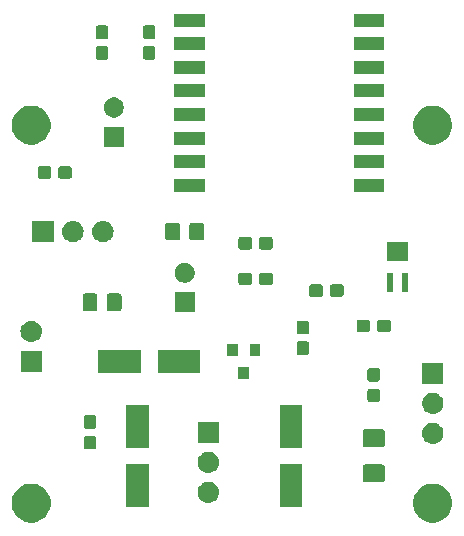
<source format=gbr>
G04 #@! TF.GenerationSoftware,KiCad,Pcbnew,(5.0.1)-4*
G04 #@! TF.CreationDate,2021-12-12T21:25:55+02:00*
G04 #@! TF.ProjectId,MagicLightsPCBNeo,4D616769634C69676874735043424E65,rev?*
G04 #@! TF.SameCoordinates,Original*
G04 #@! TF.FileFunction,Soldermask,Top*
G04 #@! TF.FilePolarity,Negative*
%FSLAX46Y46*%
G04 Gerber Fmt 4.6, Leading zero omitted, Abs format (unit mm)*
G04 Created by KiCad (PCBNEW (5.0.1)-4) date 2021-12-12 21:25:55*
%MOMM*%
%LPD*%
G01*
G04 APERTURE LIST*
%ADD10C,0.100000*%
G04 APERTURE END LIST*
D10*
G36*
X51375256Y-59391298D02*
X51481579Y-59412447D01*
X51782042Y-59536903D01*
X52048852Y-59715180D01*
X52052454Y-59717587D01*
X52282413Y-59947546D01*
X52463098Y-60217960D01*
X52587553Y-60518422D01*
X52651000Y-60837389D01*
X52651000Y-61162611D01*
X52587553Y-61481578D01*
X52463098Y-61782040D01*
X52282413Y-62052454D01*
X52052454Y-62282413D01*
X52052451Y-62282415D01*
X51782042Y-62463097D01*
X51481579Y-62587553D01*
X51375256Y-62608702D01*
X51162611Y-62651000D01*
X50837389Y-62651000D01*
X50624744Y-62608702D01*
X50518421Y-62587553D01*
X50217958Y-62463097D01*
X49947549Y-62282415D01*
X49947546Y-62282413D01*
X49717587Y-62052454D01*
X49536902Y-61782040D01*
X49412447Y-61481578D01*
X49349000Y-61162611D01*
X49349000Y-60837389D01*
X49412447Y-60518422D01*
X49536902Y-60217960D01*
X49717587Y-59947546D01*
X49947546Y-59717587D01*
X49951148Y-59715180D01*
X50217958Y-59536903D01*
X50518421Y-59412447D01*
X50624744Y-59391298D01*
X50837389Y-59349000D01*
X51162611Y-59349000D01*
X51375256Y-59391298D01*
X51375256Y-59391298D01*
G37*
G36*
X17375256Y-59391298D02*
X17481579Y-59412447D01*
X17782042Y-59536903D01*
X18048852Y-59715180D01*
X18052454Y-59717587D01*
X18282413Y-59947546D01*
X18463098Y-60217960D01*
X18587553Y-60518422D01*
X18651000Y-60837389D01*
X18651000Y-61162611D01*
X18587553Y-61481578D01*
X18463098Y-61782040D01*
X18282413Y-62052454D01*
X18052454Y-62282413D01*
X18052451Y-62282415D01*
X17782042Y-62463097D01*
X17481579Y-62587553D01*
X17375256Y-62608702D01*
X17162611Y-62651000D01*
X16837389Y-62651000D01*
X16624744Y-62608702D01*
X16518421Y-62587553D01*
X16217958Y-62463097D01*
X15947549Y-62282415D01*
X15947546Y-62282413D01*
X15717587Y-62052454D01*
X15536902Y-61782040D01*
X15412447Y-61481578D01*
X15349000Y-61162611D01*
X15349000Y-60837389D01*
X15412447Y-60518422D01*
X15536902Y-60217960D01*
X15717587Y-59947546D01*
X15947546Y-59717587D01*
X15951148Y-59715180D01*
X16217958Y-59536903D01*
X16518421Y-59412447D01*
X16624744Y-59391298D01*
X16837389Y-59349000D01*
X17162611Y-59349000D01*
X17375256Y-59391298D01*
X17375256Y-59391298D01*
G37*
G36*
X26951000Y-61301000D02*
X25049000Y-61301000D01*
X25049000Y-57699000D01*
X26951000Y-57699000D01*
X26951000Y-61301000D01*
X26951000Y-61301000D01*
G37*
G36*
X39951000Y-61301000D02*
X38049000Y-61301000D01*
X38049000Y-57699000D01*
X39951000Y-57699000D01*
X39951000Y-61301000D01*
X39951000Y-61301000D01*
G37*
G36*
X32110442Y-59185518D02*
X32176627Y-59192037D01*
X32289853Y-59226384D01*
X32346467Y-59243557D01*
X32485087Y-59317652D01*
X32502991Y-59327222D01*
X32529527Y-59349000D01*
X32640186Y-59439814D01*
X32719863Y-59536902D01*
X32752778Y-59577009D01*
X32752779Y-59577011D01*
X32836443Y-59733533D01*
X32836443Y-59733534D01*
X32887963Y-59903373D01*
X32905359Y-60080000D01*
X32887963Y-60256627D01*
X32853616Y-60369853D01*
X32836443Y-60426467D01*
X32787292Y-60518421D01*
X32752778Y-60582991D01*
X32723448Y-60618729D01*
X32640186Y-60720186D01*
X32538729Y-60803448D01*
X32502991Y-60832778D01*
X32502989Y-60832779D01*
X32346467Y-60916443D01*
X32289853Y-60933616D01*
X32176627Y-60967963D01*
X32110443Y-60974481D01*
X32044260Y-60981000D01*
X31955740Y-60981000D01*
X31889557Y-60974481D01*
X31823373Y-60967963D01*
X31710147Y-60933616D01*
X31653533Y-60916443D01*
X31497011Y-60832779D01*
X31497009Y-60832778D01*
X31461271Y-60803448D01*
X31359814Y-60720186D01*
X31276552Y-60618729D01*
X31247222Y-60582991D01*
X31212708Y-60518421D01*
X31163557Y-60426467D01*
X31146384Y-60369853D01*
X31112037Y-60256627D01*
X31094641Y-60080000D01*
X31112037Y-59903373D01*
X31163557Y-59733534D01*
X31163557Y-59733533D01*
X31247221Y-59577011D01*
X31247222Y-59577009D01*
X31280137Y-59536902D01*
X31359814Y-59439814D01*
X31470473Y-59349000D01*
X31497009Y-59327222D01*
X31514913Y-59317652D01*
X31653533Y-59243557D01*
X31710147Y-59226384D01*
X31823373Y-59192037D01*
X31889558Y-59185518D01*
X31955740Y-59179000D01*
X32044260Y-59179000D01*
X32110442Y-59185518D01*
X32110442Y-59185518D01*
G37*
G36*
X46775562Y-57728181D02*
X46810477Y-57738773D01*
X46842665Y-57755978D01*
X46870873Y-57779127D01*
X46894022Y-57807335D01*
X46911227Y-57839523D01*
X46921819Y-57874438D01*
X46926000Y-57916895D01*
X46926000Y-59058105D01*
X46921819Y-59100562D01*
X46911227Y-59135477D01*
X46894022Y-59167665D01*
X46870873Y-59195873D01*
X46842665Y-59219022D01*
X46810477Y-59236227D01*
X46775562Y-59246819D01*
X46733105Y-59251000D01*
X45266895Y-59251000D01*
X45224438Y-59246819D01*
X45189523Y-59236227D01*
X45157335Y-59219022D01*
X45129127Y-59195873D01*
X45105978Y-59167665D01*
X45088773Y-59135477D01*
X45078181Y-59100562D01*
X45074000Y-59058105D01*
X45074000Y-57916895D01*
X45078181Y-57874438D01*
X45088773Y-57839523D01*
X45105978Y-57807335D01*
X45129127Y-57779127D01*
X45157335Y-57755978D01*
X45189523Y-57738773D01*
X45224438Y-57728181D01*
X45266895Y-57724000D01*
X46733105Y-57724000D01*
X46775562Y-57728181D01*
X46775562Y-57728181D01*
G37*
G36*
X32110443Y-56645519D02*
X32176627Y-56652037D01*
X32289853Y-56686384D01*
X32346467Y-56703557D01*
X32485087Y-56777652D01*
X32502991Y-56787222D01*
X32538729Y-56816552D01*
X32640186Y-56899814D01*
X32723448Y-57001271D01*
X32752778Y-57037009D01*
X32752779Y-57037011D01*
X32836443Y-57193533D01*
X32836443Y-57193534D01*
X32887963Y-57363373D01*
X32905359Y-57540000D01*
X32887963Y-57716627D01*
X32876026Y-57755978D01*
X32836443Y-57886467D01*
X32780090Y-57991895D01*
X32752778Y-58042991D01*
X32723448Y-58078729D01*
X32640186Y-58180186D01*
X32538729Y-58263448D01*
X32502991Y-58292778D01*
X32502989Y-58292779D01*
X32346467Y-58376443D01*
X32289853Y-58393616D01*
X32176627Y-58427963D01*
X32110443Y-58434481D01*
X32044260Y-58441000D01*
X31955740Y-58441000D01*
X31889557Y-58434481D01*
X31823373Y-58427963D01*
X31710147Y-58393616D01*
X31653533Y-58376443D01*
X31497011Y-58292779D01*
X31497009Y-58292778D01*
X31461271Y-58263448D01*
X31359814Y-58180186D01*
X31276552Y-58078729D01*
X31247222Y-58042991D01*
X31219910Y-57991895D01*
X31163557Y-57886467D01*
X31123974Y-57755978D01*
X31112037Y-57716627D01*
X31094641Y-57540000D01*
X31112037Y-57363373D01*
X31163557Y-57193534D01*
X31163557Y-57193533D01*
X31247221Y-57037011D01*
X31247222Y-57037009D01*
X31276552Y-57001271D01*
X31359814Y-56899814D01*
X31461271Y-56816552D01*
X31497009Y-56787222D01*
X31514913Y-56777652D01*
X31653533Y-56703557D01*
X31710147Y-56686384D01*
X31823373Y-56652037D01*
X31889557Y-56645519D01*
X31955740Y-56639000D01*
X32044260Y-56639000D01*
X32110443Y-56645519D01*
X32110443Y-56645519D01*
G37*
G36*
X22364499Y-55303445D02*
X22401993Y-55314819D01*
X22436557Y-55333294D01*
X22466847Y-55358153D01*
X22491706Y-55388443D01*
X22510181Y-55423007D01*
X22521555Y-55460501D01*
X22526000Y-55505638D01*
X22526000Y-56244362D01*
X22521555Y-56289499D01*
X22510181Y-56326993D01*
X22491706Y-56361557D01*
X22466847Y-56391847D01*
X22436557Y-56416706D01*
X22401993Y-56435181D01*
X22364499Y-56446555D01*
X22319362Y-56451000D01*
X21680638Y-56451000D01*
X21635501Y-56446555D01*
X21598007Y-56435181D01*
X21563443Y-56416706D01*
X21533153Y-56391847D01*
X21508294Y-56361557D01*
X21489819Y-56326993D01*
X21478445Y-56289499D01*
X21474000Y-56244362D01*
X21474000Y-55505638D01*
X21478445Y-55460501D01*
X21489819Y-55423007D01*
X21508294Y-55388443D01*
X21533153Y-55358153D01*
X21563443Y-55333294D01*
X21598007Y-55314819D01*
X21635501Y-55303445D01*
X21680638Y-55299000D01*
X22319362Y-55299000D01*
X22364499Y-55303445D01*
X22364499Y-55303445D01*
G37*
G36*
X39951000Y-56301000D02*
X38049000Y-56301000D01*
X38049000Y-52699000D01*
X39951000Y-52699000D01*
X39951000Y-56301000D01*
X39951000Y-56301000D01*
G37*
G36*
X26951000Y-56301000D02*
X25049000Y-56301000D01*
X25049000Y-52699000D01*
X26951000Y-52699000D01*
X26951000Y-56301000D01*
X26951000Y-56301000D01*
G37*
G36*
X46775562Y-54753181D02*
X46810477Y-54763773D01*
X46842665Y-54780978D01*
X46870873Y-54804127D01*
X46894022Y-54832335D01*
X46911227Y-54864523D01*
X46921819Y-54899438D01*
X46926000Y-54941895D01*
X46926000Y-56083105D01*
X46921819Y-56125562D01*
X46911227Y-56160477D01*
X46894022Y-56192665D01*
X46870873Y-56220873D01*
X46842665Y-56244022D01*
X46810477Y-56261227D01*
X46775562Y-56271819D01*
X46733105Y-56276000D01*
X45266895Y-56276000D01*
X45224438Y-56271819D01*
X45189523Y-56261227D01*
X45157335Y-56244022D01*
X45129127Y-56220873D01*
X45105978Y-56192665D01*
X45088773Y-56160477D01*
X45078181Y-56125562D01*
X45074000Y-56083105D01*
X45074000Y-54941895D01*
X45078181Y-54899438D01*
X45088773Y-54864523D01*
X45105978Y-54832335D01*
X45129127Y-54804127D01*
X45157335Y-54780978D01*
X45189523Y-54763773D01*
X45224438Y-54753181D01*
X45266895Y-54749000D01*
X46733105Y-54749000D01*
X46775562Y-54753181D01*
X46775562Y-54753181D01*
G37*
G36*
X51110443Y-54185519D02*
X51176627Y-54192037D01*
X51289853Y-54226384D01*
X51346467Y-54243557D01*
X51485087Y-54317652D01*
X51502991Y-54327222D01*
X51538729Y-54356552D01*
X51640186Y-54439814D01*
X51721294Y-54538646D01*
X51752778Y-54577009D01*
X51752779Y-54577011D01*
X51836443Y-54733533D01*
X51836443Y-54733534D01*
X51887963Y-54903373D01*
X51905359Y-55080000D01*
X51887963Y-55256627D01*
X51869036Y-55319020D01*
X51836443Y-55426467D01*
X51763998Y-55562000D01*
X51752778Y-55582991D01*
X51723448Y-55618729D01*
X51640186Y-55720186D01*
X51538729Y-55803448D01*
X51502991Y-55832778D01*
X51502989Y-55832779D01*
X51346467Y-55916443D01*
X51289853Y-55933616D01*
X51176627Y-55967963D01*
X51110442Y-55974482D01*
X51044260Y-55981000D01*
X50955740Y-55981000D01*
X50889558Y-55974482D01*
X50823373Y-55967963D01*
X50710147Y-55933616D01*
X50653533Y-55916443D01*
X50497011Y-55832779D01*
X50497009Y-55832778D01*
X50461271Y-55803448D01*
X50359814Y-55720186D01*
X50276552Y-55618729D01*
X50247222Y-55582991D01*
X50236002Y-55562000D01*
X50163557Y-55426467D01*
X50130964Y-55319020D01*
X50112037Y-55256627D01*
X50094641Y-55080000D01*
X50112037Y-54903373D01*
X50163557Y-54733534D01*
X50163557Y-54733533D01*
X50247221Y-54577011D01*
X50247222Y-54577009D01*
X50278706Y-54538646D01*
X50359814Y-54439814D01*
X50461271Y-54356552D01*
X50497009Y-54327222D01*
X50514913Y-54317652D01*
X50653533Y-54243557D01*
X50710147Y-54226384D01*
X50823373Y-54192037D01*
X50889557Y-54185519D01*
X50955740Y-54179000D01*
X51044260Y-54179000D01*
X51110443Y-54185519D01*
X51110443Y-54185519D01*
G37*
G36*
X32901000Y-55901000D02*
X31099000Y-55901000D01*
X31099000Y-54099000D01*
X32901000Y-54099000D01*
X32901000Y-55901000D01*
X32901000Y-55901000D01*
G37*
G36*
X22364499Y-53553445D02*
X22401993Y-53564819D01*
X22436557Y-53583294D01*
X22466847Y-53608153D01*
X22491706Y-53638443D01*
X22510181Y-53673007D01*
X22521555Y-53710501D01*
X22526000Y-53755638D01*
X22526000Y-54494362D01*
X22521555Y-54539499D01*
X22510181Y-54576993D01*
X22491706Y-54611557D01*
X22466847Y-54641847D01*
X22436557Y-54666706D01*
X22401993Y-54685181D01*
X22364499Y-54696555D01*
X22319362Y-54701000D01*
X21680638Y-54701000D01*
X21635501Y-54696555D01*
X21598007Y-54685181D01*
X21563443Y-54666706D01*
X21533153Y-54641847D01*
X21508294Y-54611557D01*
X21489819Y-54576993D01*
X21478445Y-54539499D01*
X21474000Y-54494362D01*
X21474000Y-53755638D01*
X21478445Y-53710501D01*
X21489819Y-53673007D01*
X21508294Y-53638443D01*
X21533153Y-53608153D01*
X21563443Y-53583294D01*
X21598007Y-53564819D01*
X21635501Y-53553445D01*
X21680638Y-53549000D01*
X22319362Y-53549000D01*
X22364499Y-53553445D01*
X22364499Y-53553445D01*
G37*
G36*
X51110443Y-51645519D02*
X51176627Y-51652037D01*
X51289853Y-51686384D01*
X51346467Y-51703557D01*
X51485087Y-51777652D01*
X51502991Y-51787222D01*
X51538729Y-51816552D01*
X51640186Y-51899814D01*
X51723448Y-52001271D01*
X51752778Y-52037009D01*
X51752779Y-52037011D01*
X51836443Y-52193533D01*
X51853616Y-52250147D01*
X51887963Y-52363373D01*
X51905359Y-52540000D01*
X51887963Y-52716627D01*
X51853616Y-52829853D01*
X51836443Y-52886467D01*
X51762348Y-53025087D01*
X51752778Y-53042991D01*
X51723448Y-53078729D01*
X51640186Y-53180186D01*
X51538729Y-53263448D01*
X51502991Y-53292778D01*
X51502989Y-53292779D01*
X51346467Y-53376443D01*
X51289853Y-53393616D01*
X51176627Y-53427963D01*
X51110443Y-53434481D01*
X51044260Y-53441000D01*
X50955740Y-53441000D01*
X50889557Y-53434481D01*
X50823373Y-53427963D01*
X50710147Y-53393616D01*
X50653533Y-53376443D01*
X50497011Y-53292779D01*
X50497009Y-53292778D01*
X50461271Y-53263448D01*
X50359814Y-53180186D01*
X50276552Y-53078729D01*
X50247222Y-53042991D01*
X50237652Y-53025087D01*
X50163557Y-52886467D01*
X50146384Y-52829853D01*
X50112037Y-52716627D01*
X50094641Y-52540000D01*
X50112037Y-52363373D01*
X50146384Y-52250147D01*
X50163557Y-52193533D01*
X50247221Y-52037011D01*
X50247222Y-52037009D01*
X50276552Y-52001271D01*
X50359814Y-51899814D01*
X50461271Y-51816552D01*
X50497009Y-51787222D01*
X50514913Y-51777652D01*
X50653533Y-51703557D01*
X50710147Y-51686384D01*
X50823373Y-51652037D01*
X50889557Y-51645519D01*
X50955740Y-51639000D01*
X51044260Y-51639000D01*
X51110443Y-51645519D01*
X51110443Y-51645519D01*
G37*
G36*
X46364499Y-51303445D02*
X46401993Y-51314819D01*
X46436557Y-51333294D01*
X46466847Y-51358153D01*
X46491706Y-51388443D01*
X46510181Y-51423007D01*
X46521555Y-51460501D01*
X46526000Y-51505638D01*
X46526000Y-52244362D01*
X46521555Y-52289499D01*
X46510181Y-52326993D01*
X46491706Y-52361557D01*
X46466847Y-52391847D01*
X46436557Y-52416706D01*
X46401993Y-52435181D01*
X46364499Y-52446555D01*
X46319362Y-52451000D01*
X45680638Y-52451000D01*
X45635501Y-52446555D01*
X45598007Y-52435181D01*
X45563443Y-52416706D01*
X45533153Y-52391847D01*
X45508294Y-52361557D01*
X45489819Y-52326993D01*
X45478445Y-52289499D01*
X45474000Y-52244362D01*
X45474000Y-51505638D01*
X45478445Y-51460501D01*
X45489819Y-51423007D01*
X45508294Y-51388443D01*
X45533153Y-51358153D01*
X45563443Y-51333294D01*
X45598007Y-51314819D01*
X45635501Y-51303445D01*
X45680638Y-51299000D01*
X46319362Y-51299000D01*
X46364499Y-51303445D01*
X46364499Y-51303445D01*
G37*
G36*
X51901000Y-50901000D02*
X50099000Y-50901000D01*
X50099000Y-49099000D01*
X51901000Y-49099000D01*
X51901000Y-50901000D01*
X51901000Y-50901000D01*
G37*
G36*
X46364499Y-49553445D02*
X46401993Y-49564819D01*
X46436557Y-49583294D01*
X46466847Y-49608153D01*
X46491706Y-49638443D01*
X46510181Y-49673007D01*
X46521555Y-49710501D01*
X46526000Y-49755638D01*
X46526000Y-50494362D01*
X46521555Y-50539499D01*
X46510181Y-50576993D01*
X46491706Y-50611557D01*
X46466847Y-50641847D01*
X46436557Y-50666706D01*
X46401993Y-50685181D01*
X46364499Y-50696555D01*
X46319362Y-50701000D01*
X45680638Y-50701000D01*
X45635501Y-50696555D01*
X45598007Y-50685181D01*
X45563443Y-50666706D01*
X45533153Y-50641847D01*
X45508294Y-50611557D01*
X45489819Y-50576993D01*
X45478445Y-50539499D01*
X45474000Y-50494362D01*
X45474000Y-49755638D01*
X45478445Y-49710501D01*
X45489819Y-49673007D01*
X45508294Y-49638443D01*
X45533153Y-49608153D01*
X45563443Y-49583294D01*
X45598007Y-49564819D01*
X45635501Y-49553445D01*
X45680638Y-49549000D01*
X46319362Y-49549000D01*
X46364499Y-49553445D01*
X46364499Y-49553445D01*
G37*
G36*
X35451000Y-50501000D02*
X34549000Y-50501000D01*
X34549000Y-49499000D01*
X35451000Y-49499000D01*
X35451000Y-50501000D01*
X35451000Y-50501000D01*
G37*
G36*
X31301000Y-49951000D02*
X27699000Y-49951000D01*
X27699000Y-48049000D01*
X31301000Y-48049000D01*
X31301000Y-49951000D01*
X31301000Y-49951000D01*
G37*
G36*
X26301000Y-49951000D02*
X22699000Y-49951000D01*
X22699000Y-48049000D01*
X26301000Y-48049000D01*
X26301000Y-49951000D01*
X26301000Y-49951000D01*
G37*
G36*
X17901000Y-49901000D02*
X16099000Y-49901000D01*
X16099000Y-48099000D01*
X17901000Y-48099000D01*
X17901000Y-49901000D01*
X17901000Y-49901000D01*
G37*
G36*
X36401000Y-48501000D02*
X35499000Y-48501000D01*
X35499000Y-47499000D01*
X36401000Y-47499000D01*
X36401000Y-48501000D01*
X36401000Y-48501000D01*
G37*
G36*
X34501000Y-48501000D02*
X33599000Y-48501000D01*
X33599000Y-47499000D01*
X34501000Y-47499000D01*
X34501000Y-48501000D01*
X34501000Y-48501000D01*
G37*
G36*
X40364499Y-47303445D02*
X40401993Y-47314819D01*
X40436557Y-47333294D01*
X40466847Y-47358153D01*
X40491706Y-47388443D01*
X40510181Y-47423007D01*
X40521555Y-47460501D01*
X40526000Y-47505638D01*
X40526000Y-48244362D01*
X40521555Y-48289499D01*
X40510181Y-48326993D01*
X40491706Y-48361557D01*
X40466847Y-48391847D01*
X40436557Y-48416706D01*
X40401993Y-48435181D01*
X40364499Y-48446555D01*
X40319362Y-48451000D01*
X39680638Y-48451000D01*
X39635501Y-48446555D01*
X39598007Y-48435181D01*
X39563443Y-48416706D01*
X39533153Y-48391847D01*
X39508294Y-48361557D01*
X39489819Y-48326993D01*
X39478445Y-48289499D01*
X39474000Y-48244362D01*
X39474000Y-47505638D01*
X39478445Y-47460501D01*
X39489819Y-47423007D01*
X39508294Y-47388443D01*
X39533153Y-47358153D01*
X39563443Y-47333294D01*
X39598007Y-47314819D01*
X39635501Y-47303445D01*
X39680638Y-47299000D01*
X40319362Y-47299000D01*
X40364499Y-47303445D01*
X40364499Y-47303445D01*
G37*
G36*
X17103340Y-45564819D02*
X17176627Y-45572037D01*
X17289853Y-45606384D01*
X17346467Y-45623557D01*
X17374316Y-45638443D01*
X17502991Y-45707222D01*
X17538729Y-45736552D01*
X17640186Y-45819814D01*
X17723448Y-45921271D01*
X17752778Y-45957009D01*
X17752779Y-45957011D01*
X17836443Y-46113533D01*
X17836443Y-46113534D01*
X17887963Y-46283373D01*
X17905359Y-46460000D01*
X17887963Y-46636627D01*
X17853616Y-46749853D01*
X17836443Y-46806467D01*
X17762348Y-46945087D01*
X17752778Y-46962991D01*
X17723448Y-46998729D01*
X17640186Y-47100186D01*
X17538729Y-47183448D01*
X17502991Y-47212778D01*
X17502989Y-47212779D01*
X17346467Y-47296443D01*
X17289853Y-47313616D01*
X17176627Y-47347963D01*
X17110442Y-47354482D01*
X17044260Y-47361000D01*
X16955740Y-47361000D01*
X16889558Y-47354482D01*
X16823373Y-47347963D01*
X16710147Y-47313616D01*
X16653533Y-47296443D01*
X16497011Y-47212779D01*
X16497009Y-47212778D01*
X16461271Y-47183448D01*
X16359814Y-47100186D01*
X16276552Y-46998729D01*
X16247222Y-46962991D01*
X16237652Y-46945087D01*
X16163557Y-46806467D01*
X16146384Y-46749853D01*
X16112037Y-46636627D01*
X16094641Y-46460000D01*
X16112037Y-46283373D01*
X16163557Y-46113534D01*
X16163557Y-46113533D01*
X16247221Y-45957011D01*
X16247222Y-45957009D01*
X16276552Y-45921271D01*
X16359814Y-45819814D01*
X16461271Y-45736552D01*
X16497009Y-45707222D01*
X16625684Y-45638443D01*
X16653533Y-45623557D01*
X16710147Y-45606384D01*
X16823373Y-45572037D01*
X16896660Y-45564819D01*
X16955740Y-45559000D01*
X17044260Y-45559000D01*
X17103340Y-45564819D01*
X17103340Y-45564819D01*
G37*
G36*
X40364499Y-45553445D02*
X40401993Y-45564819D01*
X40436557Y-45583294D01*
X40466847Y-45608153D01*
X40491706Y-45638443D01*
X40510181Y-45673007D01*
X40521555Y-45710501D01*
X40526000Y-45755638D01*
X40526000Y-46494362D01*
X40521555Y-46539499D01*
X40510181Y-46576993D01*
X40491706Y-46611557D01*
X40466847Y-46641847D01*
X40436557Y-46666706D01*
X40401993Y-46685181D01*
X40364499Y-46696555D01*
X40319362Y-46701000D01*
X39680638Y-46701000D01*
X39635501Y-46696555D01*
X39598007Y-46685181D01*
X39563443Y-46666706D01*
X39533153Y-46641847D01*
X39508294Y-46611557D01*
X39489819Y-46576993D01*
X39478445Y-46539499D01*
X39474000Y-46494362D01*
X39474000Y-45755638D01*
X39478445Y-45710501D01*
X39489819Y-45673007D01*
X39508294Y-45638443D01*
X39533153Y-45608153D01*
X39563443Y-45583294D01*
X39598007Y-45564819D01*
X39635501Y-45553445D01*
X39680638Y-45549000D01*
X40319362Y-45549000D01*
X40364499Y-45553445D01*
X40364499Y-45553445D01*
G37*
G36*
X45539499Y-45478445D02*
X45576993Y-45489819D01*
X45611557Y-45508294D01*
X45641847Y-45533153D01*
X45666706Y-45563443D01*
X45685181Y-45598007D01*
X45696555Y-45635501D01*
X45701000Y-45680638D01*
X45701000Y-46319362D01*
X45696555Y-46364499D01*
X45685181Y-46401993D01*
X45666706Y-46436557D01*
X45641847Y-46466847D01*
X45611557Y-46491706D01*
X45576993Y-46510181D01*
X45539499Y-46521555D01*
X45494362Y-46526000D01*
X44755638Y-46526000D01*
X44710501Y-46521555D01*
X44673007Y-46510181D01*
X44638443Y-46491706D01*
X44608153Y-46466847D01*
X44583294Y-46436557D01*
X44564819Y-46401993D01*
X44553445Y-46364499D01*
X44549000Y-46319362D01*
X44549000Y-45680638D01*
X44553445Y-45635501D01*
X44564819Y-45598007D01*
X44583294Y-45563443D01*
X44608153Y-45533153D01*
X44638443Y-45508294D01*
X44673007Y-45489819D01*
X44710501Y-45478445D01*
X44755638Y-45474000D01*
X45494362Y-45474000D01*
X45539499Y-45478445D01*
X45539499Y-45478445D01*
G37*
G36*
X47289499Y-45478445D02*
X47326993Y-45489819D01*
X47361557Y-45508294D01*
X47391847Y-45533153D01*
X47416706Y-45563443D01*
X47435181Y-45598007D01*
X47446555Y-45635501D01*
X47451000Y-45680638D01*
X47451000Y-46319362D01*
X47446555Y-46364499D01*
X47435181Y-46401993D01*
X47416706Y-46436557D01*
X47391847Y-46466847D01*
X47361557Y-46491706D01*
X47326993Y-46510181D01*
X47289499Y-46521555D01*
X47244362Y-46526000D01*
X46505638Y-46526000D01*
X46460501Y-46521555D01*
X46423007Y-46510181D01*
X46388443Y-46491706D01*
X46358153Y-46466847D01*
X46333294Y-46436557D01*
X46314819Y-46401993D01*
X46303445Y-46364499D01*
X46299000Y-46319362D01*
X46299000Y-45680638D01*
X46303445Y-45635501D01*
X46314819Y-45598007D01*
X46333294Y-45563443D01*
X46358153Y-45533153D01*
X46388443Y-45508294D01*
X46423007Y-45489819D01*
X46460501Y-45478445D01*
X46505638Y-45474000D01*
X47244362Y-45474000D01*
X47289499Y-45478445D01*
X47289499Y-45478445D01*
G37*
G36*
X30851000Y-44851000D02*
X29149000Y-44851000D01*
X29149000Y-43149000D01*
X30851000Y-43149000D01*
X30851000Y-44851000D01*
X30851000Y-44851000D01*
G37*
G36*
X22438677Y-43253465D02*
X22476364Y-43264898D01*
X22511103Y-43283466D01*
X22541548Y-43308452D01*
X22566534Y-43338897D01*
X22585102Y-43373636D01*
X22596535Y-43411323D01*
X22601000Y-43456661D01*
X22601000Y-44543339D01*
X22596535Y-44588677D01*
X22585102Y-44626364D01*
X22566534Y-44661103D01*
X22541548Y-44691548D01*
X22511103Y-44716534D01*
X22476364Y-44735102D01*
X22438677Y-44746535D01*
X22393339Y-44751000D01*
X21556661Y-44751000D01*
X21511323Y-44746535D01*
X21473636Y-44735102D01*
X21438897Y-44716534D01*
X21408452Y-44691548D01*
X21383466Y-44661103D01*
X21364898Y-44626364D01*
X21353465Y-44588677D01*
X21349000Y-44543339D01*
X21349000Y-43456661D01*
X21353465Y-43411323D01*
X21364898Y-43373636D01*
X21383466Y-43338897D01*
X21408452Y-43308452D01*
X21438897Y-43283466D01*
X21473636Y-43264898D01*
X21511323Y-43253465D01*
X21556661Y-43249000D01*
X22393339Y-43249000D01*
X22438677Y-43253465D01*
X22438677Y-43253465D01*
G37*
G36*
X24488677Y-43253465D02*
X24526364Y-43264898D01*
X24561103Y-43283466D01*
X24591548Y-43308452D01*
X24616534Y-43338897D01*
X24635102Y-43373636D01*
X24646535Y-43411323D01*
X24651000Y-43456661D01*
X24651000Y-44543339D01*
X24646535Y-44588677D01*
X24635102Y-44626364D01*
X24616534Y-44661103D01*
X24591548Y-44691548D01*
X24561103Y-44716534D01*
X24526364Y-44735102D01*
X24488677Y-44746535D01*
X24443339Y-44751000D01*
X23606661Y-44751000D01*
X23561323Y-44746535D01*
X23523636Y-44735102D01*
X23488897Y-44716534D01*
X23458452Y-44691548D01*
X23433466Y-44661103D01*
X23414898Y-44626364D01*
X23403465Y-44588677D01*
X23399000Y-44543339D01*
X23399000Y-43456661D01*
X23403465Y-43411323D01*
X23414898Y-43373636D01*
X23433466Y-43338897D01*
X23458452Y-43308452D01*
X23488897Y-43283466D01*
X23523636Y-43264898D01*
X23561323Y-43253465D01*
X23606661Y-43249000D01*
X24443339Y-43249000D01*
X24488677Y-43253465D01*
X24488677Y-43253465D01*
G37*
G36*
X43289499Y-42478445D02*
X43326993Y-42489819D01*
X43361557Y-42508294D01*
X43391847Y-42533153D01*
X43416706Y-42563443D01*
X43435181Y-42598007D01*
X43446555Y-42635501D01*
X43451000Y-42680638D01*
X43451000Y-43319362D01*
X43446555Y-43364499D01*
X43435181Y-43401993D01*
X43416706Y-43436557D01*
X43391847Y-43466847D01*
X43361557Y-43491706D01*
X43326993Y-43510181D01*
X43289499Y-43521555D01*
X43244362Y-43526000D01*
X42505638Y-43526000D01*
X42460501Y-43521555D01*
X42423007Y-43510181D01*
X42388443Y-43491706D01*
X42358153Y-43466847D01*
X42333294Y-43436557D01*
X42314819Y-43401993D01*
X42303445Y-43364499D01*
X42299000Y-43319362D01*
X42299000Y-42680638D01*
X42303445Y-42635501D01*
X42314819Y-42598007D01*
X42333294Y-42563443D01*
X42358153Y-42533153D01*
X42388443Y-42508294D01*
X42423007Y-42489819D01*
X42460501Y-42478445D01*
X42505638Y-42474000D01*
X43244362Y-42474000D01*
X43289499Y-42478445D01*
X43289499Y-42478445D01*
G37*
G36*
X41539499Y-42478445D02*
X41576993Y-42489819D01*
X41611557Y-42508294D01*
X41641847Y-42533153D01*
X41666706Y-42563443D01*
X41685181Y-42598007D01*
X41696555Y-42635501D01*
X41701000Y-42680638D01*
X41701000Y-43319362D01*
X41696555Y-43364499D01*
X41685181Y-43401993D01*
X41666706Y-43436557D01*
X41641847Y-43466847D01*
X41611557Y-43491706D01*
X41576993Y-43510181D01*
X41539499Y-43521555D01*
X41494362Y-43526000D01*
X40755638Y-43526000D01*
X40710501Y-43521555D01*
X40673007Y-43510181D01*
X40638443Y-43491706D01*
X40608153Y-43466847D01*
X40583294Y-43436557D01*
X40564819Y-43401993D01*
X40553445Y-43364499D01*
X40549000Y-43319362D01*
X40549000Y-42680638D01*
X40553445Y-42635501D01*
X40564819Y-42598007D01*
X40583294Y-42563443D01*
X40608153Y-42533153D01*
X40638443Y-42508294D01*
X40673007Y-42489819D01*
X40710501Y-42478445D01*
X40755638Y-42474000D01*
X41494362Y-42474000D01*
X41539499Y-42478445D01*
X41539499Y-42478445D01*
G37*
G36*
X47601000Y-43131000D02*
X47099000Y-43131000D01*
X47099000Y-41529000D01*
X47601000Y-41529000D01*
X47601000Y-43131000D01*
X47601000Y-43131000D01*
G37*
G36*
X48901000Y-43131000D02*
X48399000Y-43131000D01*
X48399000Y-41529000D01*
X48901000Y-41529000D01*
X48901000Y-43131000D01*
X48901000Y-43131000D01*
G37*
G36*
X37289499Y-41478445D02*
X37326993Y-41489819D01*
X37361557Y-41508294D01*
X37391847Y-41533153D01*
X37416706Y-41563443D01*
X37435181Y-41598007D01*
X37446555Y-41635501D01*
X37451000Y-41680638D01*
X37451000Y-42319362D01*
X37446555Y-42364499D01*
X37435181Y-42401993D01*
X37416706Y-42436557D01*
X37391847Y-42466847D01*
X37361557Y-42491706D01*
X37326993Y-42510181D01*
X37289499Y-42521555D01*
X37244362Y-42526000D01*
X36505638Y-42526000D01*
X36460501Y-42521555D01*
X36423007Y-42510181D01*
X36388443Y-42491706D01*
X36358153Y-42466847D01*
X36333294Y-42436557D01*
X36314819Y-42401993D01*
X36303445Y-42364499D01*
X36299000Y-42319362D01*
X36299000Y-41680638D01*
X36303445Y-41635501D01*
X36314819Y-41598007D01*
X36333294Y-41563443D01*
X36358153Y-41533153D01*
X36388443Y-41508294D01*
X36423007Y-41489819D01*
X36460501Y-41478445D01*
X36505638Y-41474000D01*
X37244362Y-41474000D01*
X37289499Y-41478445D01*
X37289499Y-41478445D01*
G37*
G36*
X35539499Y-41478445D02*
X35576993Y-41489819D01*
X35611557Y-41508294D01*
X35641847Y-41533153D01*
X35666706Y-41563443D01*
X35685181Y-41598007D01*
X35696555Y-41635501D01*
X35701000Y-41680638D01*
X35701000Y-42319362D01*
X35696555Y-42364499D01*
X35685181Y-42401993D01*
X35666706Y-42436557D01*
X35641847Y-42466847D01*
X35611557Y-42491706D01*
X35576993Y-42510181D01*
X35539499Y-42521555D01*
X35494362Y-42526000D01*
X34755638Y-42526000D01*
X34710501Y-42521555D01*
X34673007Y-42510181D01*
X34638443Y-42491706D01*
X34608153Y-42466847D01*
X34583294Y-42436557D01*
X34564819Y-42401993D01*
X34553445Y-42364499D01*
X34549000Y-42319362D01*
X34549000Y-41680638D01*
X34553445Y-41635501D01*
X34564819Y-41598007D01*
X34583294Y-41563443D01*
X34608153Y-41533153D01*
X34638443Y-41508294D01*
X34673007Y-41489819D01*
X34710501Y-41478445D01*
X34755638Y-41474000D01*
X35494362Y-41474000D01*
X35539499Y-41478445D01*
X35539499Y-41478445D01*
G37*
G36*
X30248228Y-40681703D02*
X30403100Y-40745853D01*
X30542481Y-40838985D01*
X30661015Y-40957519D01*
X30754147Y-41096900D01*
X30818297Y-41251772D01*
X30851000Y-41416184D01*
X30851000Y-41583816D01*
X30818297Y-41748228D01*
X30754147Y-41903100D01*
X30661015Y-42042481D01*
X30542481Y-42161015D01*
X30403100Y-42254147D01*
X30248228Y-42318297D01*
X30083816Y-42351000D01*
X29916184Y-42351000D01*
X29751772Y-42318297D01*
X29596900Y-42254147D01*
X29457519Y-42161015D01*
X29338985Y-42042481D01*
X29245853Y-41903100D01*
X29181703Y-41748228D01*
X29149000Y-41583816D01*
X29149000Y-41416184D01*
X29181703Y-41251772D01*
X29245853Y-41096900D01*
X29338985Y-40957519D01*
X29457519Y-40838985D01*
X29596900Y-40745853D01*
X29751772Y-40681703D01*
X29916184Y-40649000D01*
X30083816Y-40649000D01*
X30248228Y-40681703D01*
X30248228Y-40681703D01*
G37*
G36*
X48901000Y-40471000D02*
X47099000Y-40471000D01*
X47099000Y-38869000D01*
X48901000Y-38869000D01*
X48901000Y-40471000D01*
X48901000Y-40471000D01*
G37*
G36*
X35539499Y-38478445D02*
X35576993Y-38489819D01*
X35611557Y-38508294D01*
X35641847Y-38533153D01*
X35666706Y-38563443D01*
X35685181Y-38598007D01*
X35696555Y-38635501D01*
X35701000Y-38680638D01*
X35701000Y-39319362D01*
X35696555Y-39364499D01*
X35685181Y-39401993D01*
X35666706Y-39436557D01*
X35641847Y-39466847D01*
X35611557Y-39491706D01*
X35576993Y-39510181D01*
X35539499Y-39521555D01*
X35494362Y-39526000D01*
X34755638Y-39526000D01*
X34710501Y-39521555D01*
X34673007Y-39510181D01*
X34638443Y-39491706D01*
X34608153Y-39466847D01*
X34583294Y-39436557D01*
X34564819Y-39401993D01*
X34553445Y-39364499D01*
X34549000Y-39319362D01*
X34549000Y-38680638D01*
X34553445Y-38635501D01*
X34564819Y-38598007D01*
X34583294Y-38563443D01*
X34608153Y-38533153D01*
X34638443Y-38508294D01*
X34673007Y-38489819D01*
X34710501Y-38478445D01*
X34755638Y-38474000D01*
X35494362Y-38474000D01*
X35539499Y-38478445D01*
X35539499Y-38478445D01*
G37*
G36*
X37289499Y-38478445D02*
X37326993Y-38489819D01*
X37361557Y-38508294D01*
X37391847Y-38533153D01*
X37416706Y-38563443D01*
X37435181Y-38598007D01*
X37446555Y-38635501D01*
X37451000Y-38680638D01*
X37451000Y-39319362D01*
X37446555Y-39364499D01*
X37435181Y-39401993D01*
X37416706Y-39436557D01*
X37391847Y-39466847D01*
X37361557Y-39491706D01*
X37326993Y-39510181D01*
X37289499Y-39521555D01*
X37244362Y-39526000D01*
X36505638Y-39526000D01*
X36460501Y-39521555D01*
X36423007Y-39510181D01*
X36388443Y-39491706D01*
X36358153Y-39466847D01*
X36333294Y-39436557D01*
X36314819Y-39401993D01*
X36303445Y-39364499D01*
X36299000Y-39319362D01*
X36299000Y-38680638D01*
X36303445Y-38635501D01*
X36314819Y-38598007D01*
X36333294Y-38563443D01*
X36358153Y-38533153D01*
X36388443Y-38508294D01*
X36423007Y-38489819D01*
X36460501Y-38478445D01*
X36505638Y-38474000D01*
X37244362Y-38474000D01*
X37289499Y-38478445D01*
X37289499Y-38478445D01*
G37*
G36*
X23190443Y-37105519D02*
X23256627Y-37112037D01*
X23369853Y-37146384D01*
X23426467Y-37163557D01*
X23565087Y-37237652D01*
X23582991Y-37247222D01*
X23591530Y-37254230D01*
X23720186Y-37359814D01*
X23799665Y-37456661D01*
X23832778Y-37497009D01*
X23832779Y-37497011D01*
X23916443Y-37653533D01*
X23916443Y-37653534D01*
X23967963Y-37823373D01*
X23985359Y-38000000D01*
X23967963Y-38176627D01*
X23933616Y-38289853D01*
X23916443Y-38346467D01*
X23848274Y-38474000D01*
X23832778Y-38502991D01*
X23803448Y-38538729D01*
X23720186Y-38640186D01*
X23641049Y-38705131D01*
X23582991Y-38752778D01*
X23582989Y-38752779D01*
X23426467Y-38836443D01*
X23369853Y-38853616D01*
X23256627Y-38887963D01*
X23190443Y-38894481D01*
X23124260Y-38901000D01*
X23035740Y-38901000D01*
X22969557Y-38894481D01*
X22903373Y-38887963D01*
X22790147Y-38853616D01*
X22733533Y-38836443D01*
X22577011Y-38752779D01*
X22577009Y-38752778D01*
X22518951Y-38705131D01*
X22439814Y-38640186D01*
X22356552Y-38538729D01*
X22327222Y-38502991D01*
X22311726Y-38474000D01*
X22243557Y-38346467D01*
X22226384Y-38289853D01*
X22192037Y-38176627D01*
X22174641Y-38000000D01*
X22192037Y-37823373D01*
X22243557Y-37653534D01*
X22243557Y-37653533D01*
X22327221Y-37497011D01*
X22327222Y-37497009D01*
X22360335Y-37456661D01*
X22439814Y-37359814D01*
X22568470Y-37254230D01*
X22577009Y-37247222D01*
X22594913Y-37237652D01*
X22733533Y-37163557D01*
X22790147Y-37146384D01*
X22903373Y-37112037D01*
X22969557Y-37105519D01*
X23035740Y-37099000D01*
X23124260Y-37099000D01*
X23190443Y-37105519D01*
X23190443Y-37105519D01*
G37*
G36*
X18901000Y-38901000D02*
X17099000Y-38901000D01*
X17099000Y-37099000D01*
X18901000Y-37099000D01*
X18901000Y-38901000D01*
X18901000Y-38901000D01*
G37*
G36*
X20650443Y-37105519D02*
X20716627Y-37112037D01*
X20829853Y-37146384D01*
X20886467Y-37163557D01*
X21025087Y-37237652D01*
X21042991Y-37247222D01*
X21051530Y-37254230D01*
X21180186Y-37359814D01*
X21259665Y-37456661D01*
X21292778Y-37497009D01*
X21292779Y-37497011D01*
X21376443Y-37653533D01*
X21376443Y-37653534D01*
X21427963Y-37823373D01*
X21445359Y-38000000D01*
X21427963Y-38176627D01*
X21393616Y-38289853D01*
X21376443Y-38346467D01*
X21308274Y-38474000D01*
X21292778Y-38502991D01*
X21263448Y-38538729D01*
X21180186Y-38640186D01*
X21101049Y-38705131D01*
X21042991Y-38752778D01*
X21042989Y-38752779D01*
X20886467Y-38836443D01*
X20829853Y-38853616D01*
X20716627Y-38887963D01*
X20650443Y-38894481D01*
X20584260Y-38901000D01*
X20495740Y-38901000D01*
X20429557Y-38894481D01*
X20363373Y-38887963D01*
X20250147Y-38853616D01*
X20193533Y-38836443D01*
X20037011Y-38752779D01*
X20037009Y-38752778D01*
X19978951Y-38705131D01*
X19899814Y-38640186D01*
X19816552Y-38538729D01*
X19787222Y-38502991D01*
X19771726Y-38474000D01*
X19703557Y-38346467D01*
X19686384Y-38289853D01*
X19652037Y-38176627D01*
X19634641Y-38000000D01*
X19652037Y-37823373D01*
X19703557Y-37653534D01*
X19703557Y-37653533D01*
X19787221Y-37497011D01*
X19787222Y-37497009D01*
X19820335Y-37456661D01*
X19899814Y-37359814D01*
X20028470Y-37254230D01*
X20037009Y-37247222D01*
X20054913Y-37237652D01*
X20193533Y-37163557D01*
X20250147Y-37146384D01*
X20363373Y-37112037D01*
X20429557Y-37105519D01*
X20495740Y-37099000D01*
X20584260Y-37099000D01*
X20650443Y-37105519D01*
X20650443Y-37105519D01*
G37*
G36*
X29438677Y-37253465D02*
X29476364Y-37264898D01*
X29511103Y-37283466D01*
X29541548Y-37308452D01*
X29566534Y-37338897D01*
X29585102Y-37373636D01*
X29596535Y-37411323D01*
X29601000Y-37456661D01*
X29601000Y-38543339D01*
X29596535Y-38588677D01*
X29585102Y-38626364D01*
X29566534Y-38661103D01*
X29541548Y-38691548D01*
X29511103Y-38716534D01*
X29476364Y-38735102D01*
X29438677Y-38746535D01*
X29393339Y-38751000D01*
X28556661Y-38751000D01*
X28511323Y-38746535D01*
X28473636Y-38735102D01*
X28438897Y-38716534D01*
X28408452Y-38691548D01*
X28383466Y-38661103D01*
X28364898Y-38626364D01*
X28353465Y-38588677D01*
X28349000Y-38543339D01*
X28349000Y-37456661D01*
X28353465Y-37411323D01*
X28364898Y-37373636D01*
X28383466Y-37338897D01*
X28408452Y-37308452D01*
X28438897Y-37283466D01*
X28473636Y-37264898D01*
X28511323Y-37253465D01*
X28556661Y-37249000D01*
X29393339Y-37249000D01*
X29438677Y-37253465D01*
X29438677Y-37253465D01*
G37*
G36*
X31488677Y-37253465D02*
X31526364Y-37264898D01*
X31561103Y-37283466D01*
X31591548Y-37308452D01*
X31616534Y-37338897D01*
X31635102Y-37373636D01*
X31646535Y-37411323D01*
X31651000Y-37456661D01*
X31651000Y-38543339D01*
X31646535Y-38588677D01*
X31635102Y-38626364D01*
X31616534Y-38661103D01*
X31591548Y-38691548D01*
X31561103Y-38716534D01*
X31526364Y-38735102D01*
X31488677Y-38746535D01*
X31443339Y-38751000D01*
X30606661Y-38751000D01*
X30561323Y-38746535D01*
X30523636Y-38735102D01*
X30488897Y-38716534D01*
X30458452Y-38691548D01*
X30433466Y-38661103D01*
X30414898Y-38626364D01*
X30403465Y-38588677D01*
X30399000Y-38543339D01*
X30399000Y-37456661D01*
X30403465Y-37411323D01*
X30414898Y-37373636D01*
X30433466Y-37338897D01*
X30458452Y-37308452D01*
X30488897Y-37283466D01*
X30523636Y-37264898D01*
X30561323Y-37253465D01*
X30606661Y-37249000D01*
X31443339Y-37249000D01*
X31488677Y-37253465D01*
X31488677Y-37253465D01*
G37*
G36*
X46901000Y-34651000D02*
X44299000Y-34651000D01*
X44299000Y-33549000D01*
X46901000Y-33549000D01*
X46901000Y-34651000D01*
X46901000Y-34651000D01*
G37*
G36*
X31701000Y-34651000D02*
X29099000Y-34651000D01*
X29099000Y-33549000D01*
X31701000Y-33549000D01*
X31701000Y-34651000D01*
X31701000Y-34651000D01*
G37*
G36*
X18539499Y-32478445D02*
X18576993Y-32489819D01*
X18611557Y-32508294D01*
X18641847Y-32533153D01*
X18666706Y-32563443D01*
X18685181Y-32598007D01*
X18696555Y-32635501D01*
X18701000Y-32680638D01*
X18701000Y-33319362D01*
X18696555Y-33364499D01*
X18685181Y-33401993D01*
X18666706Y-33436557D01*
X18641847Y-33466847D01*
X18611557Y-33491706D01*
X18576993Y-33510181D01*
X18539499Y-33521555D01*
X18494362Y-33526000D01*
X17755638Y-33526000D01*
X17710501Y-33521555D01*
X17673007Y-33510181D01*
X17638443Y-33491706D01*
X17608153Y-33466847D01*
X17583294Y-33436557D01*
X17564819Y-33401993D01*
X17553445Y-33364499D01*
X17549000Y-33319362D01*
X17549000Y-32680638D01*
X17553445Y-32635501D01*
X17564819Y-32598007D01*
X17583294Y-32563443D01*
X17608153Y-32533153D01*
X17638443Y-32508294D01*
X17673007Y-32489819D01*
X17710501Y-32478445D01*
X17755638Y-32474000D01*
X18494362Y-32474000D01*
X18539499Y-32478445D01*
X18539499Y-32478445D01*
G37*
G36*
X20289499Y-32478445D02*
X20326993Y-32489819D01*
X20361557Y-32508294D01*
X20391847Y-32533153D01*
X20416706Y-32563443D01*
X20435181Y-32598007D01*
X20446555Y-32635501D01*
X20451000Y-32680638D01*
X20451000Y-33319362D01*
X20446555Y-33364499D01*
X20435181Y-33401993D01*
X20416706Y-33436557D01*
X20391847Y-33466847D01*
X20361557Y-33491706D01*
X20326993Y-33510181D01*
X20289499Y-33521555D01*
X20244362Y-33526000D01*
X19505638Y-33526000D01*
X19460501Y-33521555D01*
X19423007Y-33510181D01*
X19388443Y-33491706D01*
X19358153Y-33466847D01*
X19333294Y-33436557D01*
X19314819Y-33401993D01*
X19303445Y-33364499D01*
X19299000Y-33319362D01*
X19299000Y-32680638D01*
X19303445Y-32635501D01*
X19314819Y-32598007D01*
X19333294Y-32563443D01*
X19358153Y-32533153D01*
X19388443Y-32508294D01*
X19423007Y-32489819D01*
X19460501Y-32478445D01*
X19505638Y-32474000D01*
X20244362Y-32474000D01*
X20289499Y-32478445D01*
X20289499Y-32478445D01*
G37*
G36*
X31701000Y-32651000D02*
X29099000Y-32651000D01*
X29099000Y-31549000D01*
X31701000Y-31549000D01*
X31701000Y-32651000D01*
X31701000Y-32651000D01*
G37*
G36*
X46901000Y-32651000D02*
X44299000Y-32651000D01*
X44299000Y-31549000D01*
X46901000Y-31549000D01*
X46901000Y-32651000D01*
X46901000Y-32651000D01*
G37*
G36*
X24851000Y-30851000D02*
X23149000Y-30851000D01*
X23149000Y-29149000D01*
X24851000Y-29149000D01*
X24851000Y-30851000D01*
X24851000Y-30851000D01*
G37*
G36*
X51375256Y-27391298D02*
X51481579Y-27412447D01*
X51782042Y-27536903D01*
X51800146Y-27549000D01*
X52052454Y-27717587D01*
X52282413Y-27947546D01*
X52463098Y-28217960D01*
X52587553Y-28518422D01*
X52651000Y-28837389D01*
X52651000Y-29162611D01*
X52587553Y-29481578D01*
X52463098Y-29782040D01*
X52282413Y-30052454D01*
X52052454Y-30282413D01*
X52052451Y-30282415D01*
X51782042Y-30463097D01*
X51481579Y-30587553D01*
X51375256Y-30608702D01*
X51162611Y-30651000D01*
X50837389Y-30651000D01*
X50624744Y-30608702D01*
X50518421Y-30587553D01*
X50217958Y-30463097D01*
X49947549Y-30282415D01*
X49947546Y-30282413D01*
X49717587Y-30052454D01*
X49536902Y-29782040D01*
X49412447Y-29481578D01*
X49349000Y-29162611D01*
X49349000Y-28837389D01*
X49412447Y-28518422D01*
X49536902Y-28217960D01*
X49717587Y-27947546D01*
X49947546Y-27717587D01*
X50199854Y-27549000D01*
X50217958Y-27536903D01*
X50518421Y-27412447D01*
X50624744Y-27391298D01*
X50837389Y-27349000D01*
X51162611Y-27349000D01*
X51375256Y-27391298D01*
X51375256Y-27391298D01*
G37*
G36*
X31701000Y-30651000D02*
X29099000Y-30651000D01*
X29099000Y-29549000D01*
X31701000Y-29549000D01*
X31701000Y-30651000D01*
X31701000Y-30651000D01*
G37*
G36*
X17375256Y-27391298D02*
X17481579Y-27412447D01*
X17782042Y-27536903D01*
X17800146Y-27549000D01*
X18052454Y-27717587D01*
X18282413Y-27947546D01*
X18463098Y-28217960D01*
X18587553Y-28518422D01*
X18651000Y-28837389D01*
X18651000Y-29162611D01*
X18587553Y-29481578D01*
X18463098Y-29782040D01*
X18282413Y-30052454D01*
X18052454Y-30282413D01*
X18052451Y-30282415D01*
X17782042Y-30463097D01*
X17481579Y-30587553D01*
X17375256Y-30608702D01*
X17162611Y-30651000D01*
X16837389Y-30651000D01*
X16624744Y-30608702D01*
X16518421Y-30587553D01*
X16217958Y-30463097D01*
X15947549Y-30282415D01*
X15947546Y-30282413D01*
X15717587Y-30052454D01*
X15536902Y-29782040D01*
X15412447Y-29481578D01*
X15349000Y-29162611D01*
X15349000Y-28837389D01*
X15412447Y-28518422D01*
X15536902Y-28217960D01*
X15717587Y-27947546D01*
X15947546Y-27717587D01*
X16199854Y-27549000D01*
X16217958Y-27536903D01*
X16518421Y-27412447D01*
X16624744Y-27391298D01*
X16837389Y-27349000D01*
X17162611Y-27349000D01*
X17375256Y-27391298D01*
X17375256Y-27391298D01*
G37*
G36*
X46901000Y-30651000D02*
X44299000Y-30651000D01*
X44299000Y-29549000D01*
X46901000Y-29549000D01*
X46901000Y-30651000D01*
X46901000Y-30651000D01*
G37*
G36*
X46901000Y-28651000D02*
X44299000Y-28651000D01*
X44299000Y-27549000D01*
X46901000Y-27549000D01*
X46901000Y-28651000D01*
X46901000Y-28651000D01*
G37*
G36*
X31701000Y-28651000D02*
X29099000Y-28651000D01*
X29099000Y-27549000D01*
X31701000Y-27549000D01*
X31701000Y-28651000D01*
X31701000Y-28651000D01*
G37*
G36*
X24248228Y-26681703D02*
X24403100Y-26745853D01*
X24542481Y-26838985D01*
X24661015Y-26957519D01*
X24754147Y-27096900D01*
X24818297Y-27251772D01*
X24851000Y-27416184D01*
X24851000Y-27583816D01*
X24818297Y-27748228D01*
X24754147Y-27903100D01*
X24661015Y-28042481D01*
X24542481Y-28161015D01*
X24403100Y-28254147D01*
X24248228Y-28318297D01*
X24083816Y-28351000D01*
X23916184Y-28351000D01*
X23751772Y-28318297D01*
X23596900Y-28254147D01*
X23457519Y-28161015D01*
X23338985Y-28042481D01*
X23245853Y-27903100D01*
X23181703Y-27748228D01*
X23149000Y-27583816D01*
X23149000Y-27416184D01*
X23181703Y-27251772D01*
X23245853Y-27096900D01*
X23338985Y-26957519D01*
X23457519Y-26838985D01*
X23596900Y-26745853D01*
X23751772Y-26681703D01*
X23916184Y-26649000D01*
X24083816Y-26649000D01*
X24248228Y-26681703D01*
X24248228Y-26681703D01*
G37*
G36*
X31701000Y-26651000D02*
X29099000Y-26651000D01*
X29099000Y-25549000D01*
X31701000Y-25549000D01*
X31701000Y-26651000D01*
X31701000Y-26651000D01*
G37*
G36*
X46901000Y-26651000D02*
X44299000Y-26651000D01*
X44299000Y-25549000D01*
X46901000Y-25549000D01*
X46901000Y-26651000D01*
X46901000Y-26651000D01*
G37*
G36*
X31701000Y-24651000D02*
X29099000Y-24651000D01*
X29099000Y-23549000D01*
X31701000Y-23549000D01*
X31701000Y-24651000D01*
X31701000Y-24651000D01*
G37*
G36*
X46901000Y-24651000D02*
X44299000Y-24651000D01*
X44299000Y-23549000D01*
X46901000Y-23549000D01*
X46901000Y-24651000D01*
X46901000Y-24651000D01*
G37*
G36*
X27364499Y-22303445D02*
X27401993Y-22314819D01*
X27436557Y-22333294D01*
X27466847Y-22358153D01*
X27491706Y-22388443D01*
X27510181Y-22423007D01*
X27521555Y-22460501D01*
X27526000Y-22505638D01*
X27526000Y-23244362D01*
X27521555Y-23289499D01*
X27510181Y-23326993D01*
X27491706Y-23361557D01*
X27466847Y-23391847D01*
X27436557Y-23416706D01*
X27401993Y-23435181D01*
X27364499Y-23446555D01*
X27319362Y-23451000D01*
X26680638Y-23451000D01*
X26635501Y-23446555D01*
X26598007Y-23435181D01*
X26563443Y-23416706D01*
X26533153Y-23391847D01*
X26508294Y-23361557D01*
X26489819Y-23326993D01*
X26478445Y-23289499D01*
X26474000Y-23244362D01*
X26474000Y-22505638D01*
X26478445Y-22460501D01*
X26489819Y-22423007D01*
X26508294Y-22388443D01*
X26533153Y-22358153D01*
X26563443Y-22333294D01*
X26598007Y-22314819D01*
X26635501Y-22303445D01*
X26680638Y-22299000D01*
X27319362Y-22299000D01*
X27364499Y-22303445D01*
X27364499Y-22303445D01*
G37*
G36*
X23364499Y-22303445D02*
X23401993Y-22314819D01*
X23436557Y-22333294D01*
X23466847Y-22358153D01*
X23491706Y-22388443D01*
X23510181Y-22423007D01*
X23521555Y-22460501D01*
X23526000Y-22505638D01*
X23526000Y-23244362D01*
X23521555Y-23289499D01*
X23510181Y-23326993D01*
X23491706Y-23361557D01*
X23466847Y-23391847D01*
X23436557Y-23416706D01*
X23401993Y-23435181D01*
X23364499Y-23446555D01*
X23319362Y-23451000D01*
X22680638Y-23451000D01*
X22635501Y-23446555D01*
X22598007Y-23435181D01*
X22563443Y-23416706D01*
X22533153Y-23391847D01*
X22508294Y-23361557D01*
X22489819Y-23326993D01*
X22478445Y-23289499D01*
X22474000Y-23244362D01*
X22474000Y-22505638D01*
X22478445Y-22460501D01*
X22489819Y-22423007D01*
X22508294Y-22388443D01*
X22533153Y-22358153D01*
X22563443Y-22333294D01*
X22598007Y-22314819D01*
X22635501Y-22303445D01*
X22680638Y-22299000D01*
X23319362Y-22299000D01*
X23364499Y-22303445D01*
X23364499Y-22303445D01*
G37*
G36*
X46901000Y-22651000D02*
X44299000Y-22651000D01*
X44299000Y-21549000D01*
X46901000Y-21549000D01*
X46901000Y-22651000D01*
X46901000Y-22651000D01*
G37*
G36*
X31701000Y-22651000D02*
X29099000Y-22651000D01*
X29099000Y-21549000D01*
X31701000Y-21549000D01*
X31701000Y-22651000D01*
X31701000Y-22651000D01*
G37*
G36*
X27364499Y-20553445D02*
X27401993Y-20564819D01*
X27436557Y-20583294D01*
X27466847Y-20608153D01*
X27491706Y-20638443D01*
X27510181Y-20673007D01*
X27521555Y-20710501D01*
X27526000Y-20755638D01*
X27526000Y-21494362D01*
X27521555Y-21539499D01*
X27510181Y-21576993D01*
X27491706Y-21611557D01*
X27466847Y-21641847D01*
X27436557Y-21666706D01*
X27401993Y-21685181D01*
X27364499Y-21696555D01*
X27319362Y-21701000D01*
X26680638Y-21701000D01*
X26635501Y-21696555D01*
X26598007Y-21685181D01*
X26563443Y-21666706D01*
X26533153Y-21641847D01*
X26508294Y-21611557D01*
X26489819Y-21576993D01*
X26478445Y-21539499D01*
X26474000Y-21494362D01*
X26474000Y-20755638D01*
X26478445Y-20710501D01*
X26489819Y-20673007D01*
X26508294Y-20638443D01*
X26533153Y-20608153D01*
X26563443Y-20583294D01*
X26598007Y-20564819D01*
X26635501Y-20553445D01*
X26680638Y-20549000D01*
X27319362Y-20549000D01*
X27364499Y-20553445D01*
X27364499Y-20553445D01*
G37*
G36*
X23364499Y-20553445D02*
X23401993Y-20564819D01*
X23436557Y-20583294D01*
X23466847Y-20608153D01*
X23491706Y-20638443D01*
X23510181Y-20673007D01*
X23521555Y-20710501D01*
X23526000Y-20755638D01*
X23526000Y-21494362D01*
X23521555Y-21539499D01*
X23510181Y-21576993D01*
X23491706Y-21611557D01*
X23466847Y-21641847D01*
X23436557Y-21666706D01*
X23401993Y-21685181D01*
X23364499Y-21696555D01*
X23319362Y-21701000D01*
X22680638Y-21701000D01*
X22635501Y-21696555D01*
X22598007Y-21685181D01*
X22563443Y-21666706D01*
X22533153Y-21641847D01*
X22508294Y-21611557D01*
X22489819Y-21576993D01*
X22478445Y-21539499D01*
X22474000Y-21494362D01*
X22474000Y-20755638D01*
X22478445Y-20710501D01*
X22489819Y-20673007D01*
X22508294Y-20638443D01*
X22533153Y-20608153D01*
X22563443Y-20583294D01*
X22598007Y-20564819D01*
X22635501Y-20553445D01*
X22680638Y-20549000D01*
X23319362Y-20549000D01*
X23364499Y-20553445D01*
X23364499Y-20553445D01*
G37*
G36*
X31701000Y-20651000D02*
X29099000Y-20651000D01*
X29099000Y-19549000D01*
X31701000Y-19549000D01*
X31701000Y-20651000D01*
X31701000Y-20651000D01*
G37*
G36*
X46901000Y-20651000D02*
X44299000Y-20651000D01*
X44299000Y-19549000D01*
X46901000Y-19549000D01*
X46901000Y-20651000D01*
X46901000Y-20651000D01*
G37*
M02*

</source>
